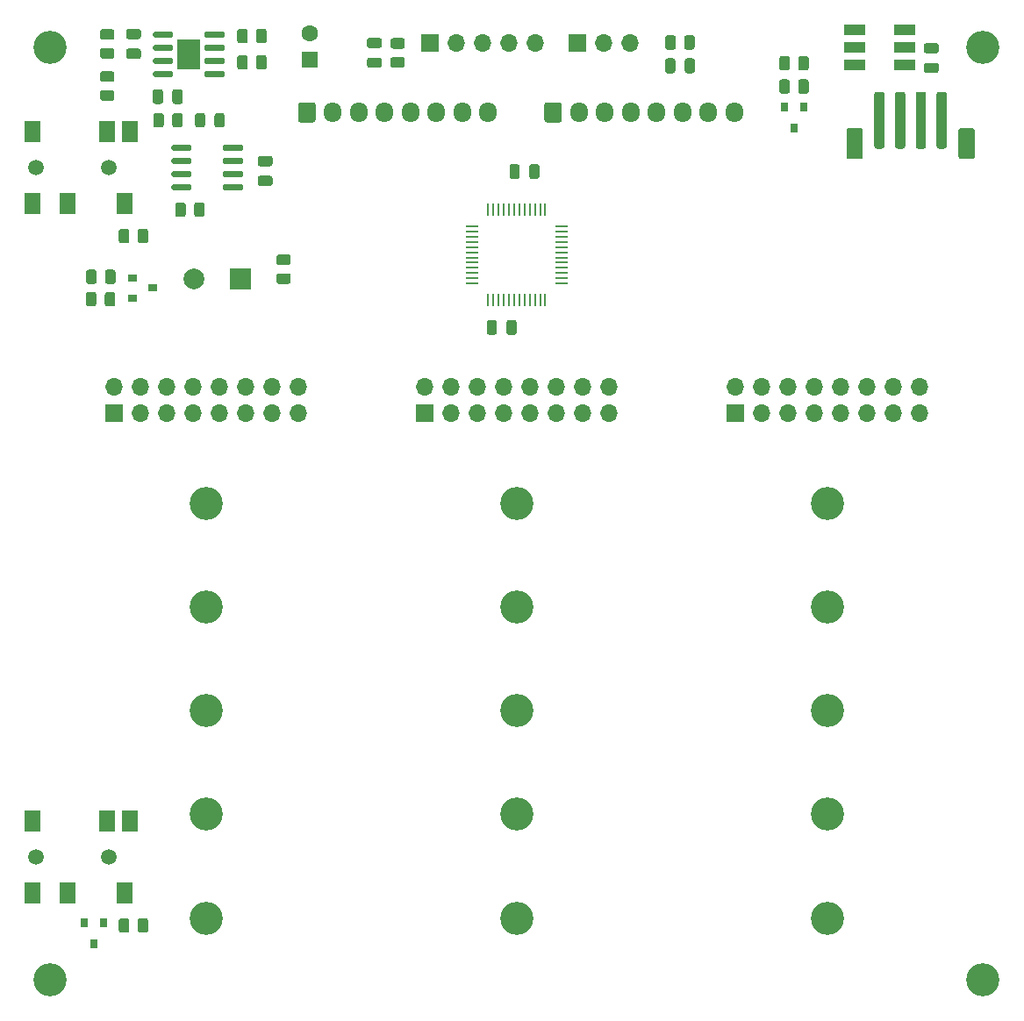
<source format=gbr>
%TF.GenerationSoftware,KiCad,Pcbnew,(5.1.9)-1*%
%TF.CreationDate,2021-05-23T18:55:04+01:00*%
%TF.ProjectId,ControlBoard,436f6e74-726f-46c4-926f-6172642e6b69,rev?*%
%TF.SameCoordinates,Original*%
%TF.FileFunction,Soldermask,Top*%
%TF.FilePolarity,Negative*%
%FSLAX46Y46*%
G04 Gerber Fmt 4.6, Leading zero omitted, Abs format (unit mm)*
G04 Created by KiCad (PCBNEW (5.1.9)-1) date 2021-05-23 18:55:04*
%MOMM*%
%LPD*%
G01*
G04 APERTURE LIST*
%ADD10R,1.700000X1.700000*%
%ADD11O,1.700000X1.700000*%
%ADD12O,1.700000X1.950000*%
%ADD13C,3.200000*%
%ADD14R,0.250000X1.300000*%
%ADD15R,1.300000X0.250000*%
%ADD16R,2.000000X1.100000*%
%ADD17R,1.600000X1.600000*%
%ADD18C,1.600000*%
%ADD19R,2.000000X2.000000*%
%ADD20C,2.000000*%
%ADD21R,1.500000X2.000000*%
%ADD22C,1.500000*%
%ADD23R,0.800000X0.900000*%
%ADD24R,2.290000X3.000000*%
%ADD25R,0.900000X0.800000*%
G04 APERTURE END LIST*
%TO.C,C5*%
G36*
G01*
X110475000Y-25550000D02*
X109525000Y-25550000D01*
G75*
G02*
X109275000Y-25300000I0J250000D01*
G01*
X109275000Y-24800000D01*
G75*
G02*
X109525000Y-24550000I250000J0D01*
G01*
X110475000Y-24550000D01*
G75*
G02*
X110725000Y-24800000I0J-250000D01*
G01*
X110725000Y-25300000D01*
G75*
G02*
X110475000Y-25550000I-250000J0D01*
G01*
G37*
G36*
G01*
X110475000Y-27450000D02*
X109525000Y-27450000D01*
G75*
G02*
X109275000Y-27200000I0J250000D01*
G01*
X109275000Y-26700000D01*
G75*
G02*
X109525000Y-26450000I250000J0D01*
G01*
X110475000Y-26450000D01*
G75*
G02*
X110725000Y-26700000I0J-250000D01*
G01*
X110725000Y-27200000D01*
G75*
G02*
X110475000Y-27450000I-250000J0D01*
G01*
G37*
%TD*%
%TO.C,J4*%
G36*
G01*
X103400000Y-33000000D02*
X103400000Y-35500000D01*
G75*
G02*
X103150000Y-35750000I-250000J0D01*
G01*
X102050000Y-35750000D01*
G75*
G02*
X101800000Y-35500000I0J250000D01*
G01*
X101800000Y-33000000D01*
G75*
G02*
X102050000Y-32750000I250000J0D01*
G01*
X103150000Y-32750000D01*
G75*
G02*
X103400000Y-33000000I0J-250000D01*
G01*
G37*
G36*
G01*
X114200000Y-33000000D02*
X114200000Y-35500000D01*
G75*
G02*
X113950000Y-35750000I-250000J0D01*
G01*
X112850000Y-35750000D01*
G75*
G02*
X112600000Y-35500000I0J250000D01*
G01*
X112600000Y-33000000D01*
G75*
G02*
X112850000Y-32750000I250000J0D01*
G01*
X113950000Y-32750000D01*
G75*
G02*
X114200000Y-33000000I0J-250000D01*
G01*
G37*
G36*
G01*
X105500000Y-29500000D02*
X105500000Y-34500000D01*
G75*
G02*
X105250000Y-34750000I-250000J0D01*
G01*
X104750000Y-34750000D01*
G75*
G02*
X104500000Y-34500000I0J250000D01*
G01*
X104500000Y-29500000D01*
G75*
G02*
X104750000Y-29250000I250000J0D01*
G01*
X105250000Y-29250000D01*
G75*
G02*
X105500000Y-29500000I0J-250000D01*
G01*
G37*
G36*
G01*
X107500000Y-29500000D02*
X107500000Y-34500000D01*
G75*
G02*
X107250000Y-34750000I-250000J0D01*
G01*
X106750000Y-34750000D01*
G75*
G02*
X106500000Y-34500000I0J250000D01*
G01*
X106500000Y-29500000D01*
G75*
G02*
X106750000Y-29250000I250000J0D01*
G01*
X107250000Y-29250000D01*
G75*
G02*
X107500000Y-29500000I0J-250000D01*
G01*
G37*
G36*
G01*
X109500000Y-29500000D02*
X109500000Y-34500000D01*
G75*
G02*
X109250000Y-34750000I-250000J0D01*
G01*
X108750000Y-34750000D01*
G75*
G02*
X108500000Y-34500000I0J250000D01*
G01*
X108500000Y-29500000D01*
G75*
G02*
X108750000Y-29250000I250000J0D01*
G01*
X109250000Y-29250000D01*
G75*
G02*
X109500000Y-29500000I0J-250000D01*
G01*
G37*
G36*
G01*
X111500000Y-29500000D02*
X111500000Y-34500000D01*
G75*
G02*
X111250000Y-34750000I-250000J0D01*
G01*
X110750000Y-34750000D01*
G75*
G02*
X110500000Y-34500000I0J250000D01*
G01*
X110500000Y-29500000D01*
G75*
G02*
X110750000Y-29250000I250000J0D01*
G01*
X111250000Y-29250000D01*
G75*
G02*
X111500000Y-29500000I0J-250000D01*
G01*
G37*
%TD*%
D10*
%TO.C,J5*%
X31110000Y-60270000D03*
D11*
X31110000Y-57730000D03*
X33650000Y-60270000D03*
X33650000Y-57730000D03*
X36190000Y-60270000D03*
X36190000Y-57730000D03*
X38730000Y-60270000D03*
X38730000Y-57730000D03*
X41270000Y-60270000D03*
X41270000Y-57730000D03*
X43810000Y-60270000D03*
X43810000Y-57730000D03*
X46350000Y-60270000D03*
X46350000Y-57730000D03*
X48890000Y-60270000D03*
X48890000Y-57730000D03*
%TD*%
D10*
%TO.C,J6*%
X61110000Y-60270000D03*
D11*
X61110000Y-57730000D03*
X63650000Y-60270000D03*
X63650000Y-57730000D03*
X66190000Y-60270000D03*
X66190000Y-57730000D03*
X68730000Y-60270000D03*
X68730000Y-57730000D03*
X71270000Y-60270000D03*
X71270000Y-57730000D03*
X73810000Y-60270000D03*
X73810000Y-57730000D03*
X76350000Y-60270000D03*
X76350000Y-57730000D03*
X78890000Y-60270000D03*
X78890000Y-57730000D03*
%TD*%
D10*
%TO.C,J7*%
X91110000Y-60270000D03*
D11*
X91110000Y-57730000D03*
X93650000Y-60270000D03*
X93650000Y-57730000D03*
X96190000Y-60270000D03*
X96190000Y-57730000D03*
X98730000Y-60270000D03*
X98730000Y-57730000D03*
X101270000Y-60270000D03*
X101270000Y-57730000D03*
X103810000Y-60270000D03*
X103810000Y-57730000D03*
X106350000Y-60270000D03*
X106350000Y-57730000D03*
X108890000Y-60270000D03*
X108890000Y-57730000D03*
%TD*%
%TO.C,J8*%
G36*
G01*
X48900000Y-31975000D02*
X48900000Y-30525000D01*
G75*
G02*
X49150000Y-30275000I250000J0D01*
G01*
X50350000Y-30275000D01*
G75*
G02*
X50600000Y-30525000I0J-250000D01*
G01*
X50600000Y-31975000D01*
G75*
G02*
X50350000Y-32225000I-250000J0D01*
G01*
X49150000Y-32225000D01*
G75*
G02*
X48900000Y-31975000I0J250000D01*
G01*
G37*
D12*
X52250000Y-31250000D03*
X54750000Y-31250000D03*
X57250000Y-31250000D03*
X59750000Y-31250000D03*
X62250000Y-31250000D03*
X64750000Y-31250000D03*
X67250000Y-31250000D03*
%TD*%
D13*
%TO.C,REF\u002A\u002A*%
X40000000Y-99000000D03*
%TD*%
%TO.C,REF\u002A\u002A*%
X40000000Y-79000000D03*
%TD*%
%TO.C,REF\u002A\u002A*%
X40000000Y-109000000D03*
%TD*%
%TO.C,REF\u002A\u002A*%
X40000000Y-69000000D03*
%TD*%
%TO.C,REF\u002A\u002A*%
X40000000Y-89000000D03*
%TD*%
%TO.C,REF\u002A\u002A*%
X100000000Y-89000000D03*
%TD*%
%TO.C,REF\u002A\u002A*%
X100000000Y-109000000D03*
%TD*%
%TO.C,REF\u002A\u002A*%
X100000000Y-99000000D03*
%TD*%
%TO.C,REF\u002A\u002A*%
X100000000Y-69000000D03*
%TD*%
%TO.C,REF\u002A\u002A*%
X100000000Y-79000000D03*
%TD*%
%TO.C,REF\u002A\u002A*%
X70000000Y-109000000D03*
%TD*%
%TO.C,REF\u002A\u002A*%
X70000000Y-99000000D03*
%TD*%
%TO.C,REF\u002A\u002A*%
X70000000Y-89000000D03*
%TD*%
%TO.C,REF\u002A\u002A*%
X70000000Y-79000000D03*
%TD*%
%TO.C,REF\u002A\u002A*%
X70000000Y-69000000D03*
%TD*%
D14*
%TO.C,U2*%
X72750000Y-40650000D03*
X72250000Y-40650000D03*
X71750000Y-40650000D03*
X71250000Y-40650000D03*
X70750000Y-40650000D03*
X70250000Y-40650000D03*
X69750000Y-40650000D03*
X69250000Y-40650000D03*
X68750000Y-40650000D03*
X68250000Y-40650000D03*
X67750000Y-40650000D03*
X67250000Y-40650000D03*
D15*
X65650000Y-42250000D03*
X65650000Y-42750000D03*
X65650000Y-43250000D03*
X65650000Y-43750000D03*
X65650000Y-44250000D03*
X65650000Y-44750000D03*
X65650000Y-45250000D03*
X65650000Y-45750000D03*
X65650000Y-46250000D03*
X65650000Y-46750000D03*
X65650000Y-47250000D03*
X65650000Y-47750000D03*
D14*
X67250000Y-49350000D03*
X67750000Y-49350000D03*
X68250000Y-49350000D03*
X68750000Y-49350000D03*
X69250000Y-49350000D03*
X69750000Y-49350000D03*
X70250000Y-49350000D03*
X70750000Y-49350000D03*
X71250000Y-49350000D03*
X71750000Y-49350000D03*
X72250000Y-49350000D03*
X72750000Y-49350000D03*
D15*
X74350000Y-47750000D03*
X74350000Y-47250000D03*
X74350000Y-46750000D03*
X74350000Y-46250000D03*
X74350000Y-45750000D03*
X74350000Y-45250000D03*
X74350000Y-44750000D03*
X74350000Y-44250000D03*
X74350000Y-43750000D03*
X74350000Y-43250000D03*
X74350000Y-42750000D03*
X74350000Y-42250000D03*
%TD*%
D16*
%TO.C,D1*%
X107400000Y-23300000D03*
X107400000Y-25000000D03*
X107400000Y-26700000D03*
X102600000Y-26700000D03*
X102600000Y-25000000D03*
X102600000Y-23300000D03*
%TD*%
D13*
%TO.C,REF\u002A\u002A*%
X115000000Y-25000000D03*
%TD*%
%TO.C,C3*%
G36*
G01*
X67100000Y-52475000D02*
X67100000Y-51525000D01*
G75*
G02*
X67350000Y-51275000I250000J0D01*
G01*
X67850000Y-51275000D01*
G75*
G02*
X68100000Y-51525000I0J-250000D01*
G01*
X68100000Y-52475000D01*
G75*
G02*
X67850000Y-52725000I-250000J0D01*
G01*
X67350000Y-52725000D01*
G75*
G02*
X67100000Y-52475000I0J250000D01*
G01*
G37*
G36*
G01*
X69000000Y-52475000D02*
X69000000Y-51525000D01*
G75*
G02*
X69250000Y-51275000I250000J0D01*
G01*
X69750000Y-51275000D01*
G75*
G02*
X70000000Y-51525000I0J-250000D01*
G01*
X70000000Y-52475000D01*
G75*
G02*
X69750000Y-52725000I-250000J0D01*
G01*
X69250000Y-52725000D01*
G75*
G02*
X69000000Y-52475000I0J250000D01*
G01*
G37*
%TD*%
%TO.C,REF\u002A\u002A*%
X115000000Y-115000000D03*
%TD*%
%TO.C,REF\u002A\u002A*%
X25000000Y-25000000D03*
%TD*%
D17*
%TO.C,C2*%
X50038000Y-26122000D03*
D18*
X50038000Y-23622000D03*
%TD*%
D13*
%TO.C,REF\u002A\u002A*%
X25000000Y-115000000D03*
%TD*%
D19*
%TO.C,BZ1*%
X43334500Y-47307500D03*
D20*
X38834500Y-47307500D03*
%TD*%
%TO.C,C4*%
G36*
G01*
X71189000Y-37432000D02*
X71189000Y-36482000D01*
G75*
G02*
X71439000Y-36232000I250000J0D01*
G01*
X71939000Y-36232000D01*
G75*
G02*
X72189000Y-36482000I0J-250000D01*
G01*
X72189000Y-37432000D01*
G75*
G02*
X71939000Y-37682000I-250000J0D01*
G01*
X71439000Y-37682000D01*
G75*
G02*
X71189000Y-37432000I0J250000D01*
G01*
G37*
G36*
G01*
X69289000Y-37432000D02*
X69289000Y-36482000D01*
G75*
G02*
X69539000Y-36232000I250000J0D01*
G01*
X70039000Y-36232000D01*
G75*
G02*
X70289000Y-36482000I0J-250000D01*
G01*
X70289000Y-37432000D01*
G75*
G02*
X70039000Y-37682000I-250000J0D01*
G01*
X69539000Y-37682000D01*
G75*
G02*
X69289000Y-37432000I0J250000D01*
G01*
G37*
%TD*%
%TO.C,C1*%
G36*
G01*
X45245000Y-37346000D02*
X46195000Y-37346000D01*
G75*
G02*
X46445000Y-37596000I0J-250000D01*
G01*
X46445000Y-38096000D01*
G75*
G02*
X46195000Y-38346000I-250000J0D01*
G01*
X45245000Y-38346000D01*
G75*
G02*
X44995000Y-38096000I0J250000D01*
G01*
X44995000Y-37596000D01*
G75*
G02*
X45245000Y-37346000I250000J0D01*
G01*
G37*
G36*
G01*
X45245000Y-35446000D02*
X46195000Y-35446000D01*
G75*
G02*
X46445000Y-35696000I0J-250000D01*
G01*
X46445000Y-36196000D01*
G75*
G02*
X46195000Y-36446000I-250000J0D01*
G01*
X45245000Y-36446000D01*
G75*
G02*
X44995000Y-36196000I0J250000D01*
G01*
X44995000Y-35696000D01*
G75*
G02*
X45245000Y-35446000I250000J0D01*
G01*
G37*
%TD*%
%TO.C,C6*%
G36*
G01*
X55786000Y-24050000D02*
X56736000Y-24050000D01*
G75*
G02*
X56986000Y-24300000I0J-250000D01*
G01*
X56986000Y-24800000D01*
G75*
G02*
X56736000Y-25050000I-250000J0D01*
G01*
X55786000Y-25050000D01*
G75*
G02*
X55536000Y-24800000I0J250000D01*
G01*
X55536000Y-24300000D01*
G75*
G02*
X55786000Y-24050000I250000J0D01*
G01*
G37*
G36*
G01*
X55786000Y-25950000D02*
X56736000Y-25950000D01*
G75*
G02*
X56986000Y-26200000I0J-250000D01*
G01*
X56986000Y-26700000D01*
G75*
G02*
X56736000Y-26950000I-250000J0D01*
G01*
X55786000Y-26950000D01*
G75*
G02*
X55536000Y-26700000I0J250000D01*
G01*
X55536000Y-26200000D01*
G75*
G02*
X55786000Y-25950000I250000J0D01*
G01*
G37*
%TD*%
%TO.C,R1*%
G36*
G01*
X33420000Y-110178001D02*
X33420000Y-109277999D01*
G75*
G02*
X33669999Y-109028000I249999J0D01*
G01*
X34195001Y-109028000D01*
G75*
G02*
X34445000Y-109277999I0J-249999D01*
G01*
X34445000Y-110178001D01*
G75*
G02*
X34195001Y-110428000I-249999J0D01*
G01*
X33669999Y-110428000D01*
G75*
G02*
X33420000Y-110178001I0J249999D01*
G01*
G37*
G36*
G01*
X31595000Y-110178001D02*
X31595000Y-109277999D01*
G75*
G02*
X31844999Y-109028000I249999J0D01*
G01*
X32370001Y-109028000D01*
G75*
G02*
X32620000Y-109277999I0J-249999D01*
G01*
X32620000Y-110178001D01*
G75*
G02*
X32370001Y-110428000I-249999J0D01*
G01*
X31844999Y-110428000D01*
G75*
G02*
X31595000Y-110178001I0J249999D01*
G01*
G37*
%TD*%
%TO.C,R2*%
G36*
G01*
X38857500Y-41090001D02*
X38857500Y-40189999D01*
G75*
G02*
X39107499Y-39940000I249999J0D01*
G01*
X39632501Y-39940000D01*
G75*
G02*
X39882500Y-40189999I0J-249999D01*
G01*
X39882500Y-41090001D01*
G75*
G02*
X39632501Y-41340000I-249999J0D01*
G01*
X39107499Y-41340000D01*
G75*
G02*
X38857500Y-41090001I0J249999D01*
G01*
G37*
G36*
G01*
X37032500Y-41090001D02*
X37032500Y-40189999D01*
G75*
G02*
X37282499Y-39940000I249999J0D01*
G01*
X37807501Y-39940000D01*
G75*
G02*
X38057500Y-40189999I0J-249999D01*
G01*
X38057500Y-41090001D01*
G75*
G02*
X37807501Y-41340000I-249999J0D01*
G01*
X37282499Y-41340000D01*
G75*
G02*
X37032500Y-41090001I0J249999D01*
G01*
G37*
%TD*%
D21*
%TO.C,J1*%
X32150000Y-106624000D03*
X26650000Y-106624000D03*
X23250000Y-106624000D03*
X32650000Y-99624000D03*
X30450000Y-99624000D03*
D22*
X23650000Y-103124000D03*
X30650000Y-103124000D03*
D21*
X23250000Y-99624000D03*
%TD*%
%TO.C,R3*%
G36*
G01*
X31595000Y-43630001D02*
X31595000Y-42729999D01*
G75*
G02*
X31844999Y-42480000I249999J0D01*
G01*
X32370001Y-42480000D01*
G75*
G02*
X32620000Y-42729999I0J-249999D01*
G01*
X32620000Y-43630001D01*
G75*
G02*
X32370001Y-43880000I-249999J0D01*
G01*
X31844999Y-43880000D01*
G75*
G02*
X31595000Y-43630001I0J249999D01*
G01*
G37*
G36*
G01*
X33420000Y-43630001D02*
X33420000Y-42729999D01*
G75*
G02*
X33669999Y-42480000I249999J0D01*
G01*
X34195001Y-42480000D01*
G75*
G02*
X34445000Y-42729999I0J-249999D01*
G01*
X34445000Y-43630001D01*
G75*
G02*
X34195001Y-43880000I-249999J0D01*
G01*
X33669999Y-43880000D01*
G75*
G02*
X33420000Y-43630001I0J249999D01*
G01*
G37*
%TD*%
%TO.C,R4*%
G36*
G01*
X58950001Y-26925000D02*
X58049999Y-26925000D01*
G75*
G02*
X57800000Y-26675001I0J249999D01*
G01*
X57800000Y-26149999D01*
G75*
G02*
X58049999Y-25900000I249999J0D01*
G01*
X58950001Y-25900000D01*
G75*
G02*
X59200000Y-26149999I0J-249999D01*
G01*
X59200000Y-26675001D01*
G75*
G02*
X58950001Y-26925000I-249999J0D01*
G01*
G37*
G36*
G01*
X58950001Y-25100000D02*
X58049999Y-25100000D01*
G75*
G02*
X57800000Y-24850001I0J249999D01*
G01*
X57800000Y-24324999D01*
G75*
G02*
X58049999Y-24075000I249999J0D01*
G01*
X58950001Y-24075000D01*
G75*
G02*
X59200000Y-24324999I0J-249999D01*
G01*
X59200000Y-24850001D01*
G75*
G02*
X58950001Y-25100000I-249999J0D01*
G01*
G37*
%TD*%
D10*
%TO.C,J11*%
X75819000Y-24511000D03*
D11*
X78359000Y-24511000D03*
X80899000Y-24511000D03*
%TD*%
D23*
%TO.C,Q1*%
X97700000Y-30750000D03*
X95800000Y-30750000D03*
X96750000Y-32750000D03*
%TD*%
%TO.C,C7*%
G36*
G01*
X87200000Y-26275000D02*
X87200000Y-27225000D01*
G75*
G02*
X86950000Y-27475000I-250000J0D01*
G01*
X86450000Y-27475000D01*
G75*
G02*
X86200000Y-27225000I0J250000D01*
G01*
X86200000Y-26275000D01*
G75*
G02*
X86450000Y-26025000I250000J0D01*
G01*
X86950000Y-26025000D01*
G75*
G02*
X87200000Y-26275000I0J-250000D01*
G01*
G37*
G36*
G01*
X85300000Y-26275000D02*
X85300000Y-27225000D01*
G75*
G02*
X85050000Y-27475000I-250000J0D01*
G01*
X84550000Y-27475000D01*
G75*
G02*
X84300000Y-27225000I0J250000D01*
G01*
X84300000Y-26275000D01*
G75*
G02*
X84550000Y-26025000I250000J0D01*
G01*
X85050000Y-26025000D01*
G75*
G02*
X85300000Y-26275000I0J-250000D01*
G01*
G37*
%TD*%
D21*
%TO.C,J2*%
X23240000Y-33076000D03*
D22*
X30640000Y-36576000D03*
X23640000Y-36576000D03*
D21*
X30440000Y-33076000D03*
X32640000Y-33076000D03*
X23240000Y-40076000D03*
X26640000Y-40076000D03*
X32140000Y-40076000D03*
%TD*%
D23*
%TO.C,D3*%
X30160000Y-109490000D03*
X28260000Y-109490000D03*
X29210000Y-111490000D03*
%TD*%
%TO.C,R10*%
G36*
G01*
X30930001Y-28302000D02*
X30029999Y-28302000D01*
G75*
G02*
X29780000Y-28052001I0J249999D01*
G01*
X29780000Y-27526999D01*
G75*
G02*
X30029999Y-27277000I249999J0D01*
G01*
X30930001Y-27277000D01*
G75*
G02*
X31180000Y-27526999I0J-249999D01*
G01*
X31180000Y-28052001D01*
G75*
G02*
X30930001Y-28302000I-249999J0D01*
G01*
G37*
G36*
G01*
X30930001Y-30127000D02*
X30029999Y-30127000D01*
G75*
G02*
X29780000Y-29877001I0J249999D01*
G01*
X29780000Y-29351999D01*
G75*
G02*
X30029999Y-29102000I249999J0D01*
G01*
X30930001Y-29102000D01*
G75*
G02*
X31180000Y-29351999I0J-249999D01*
G01*
X31180000Y-29877001D01*
G75*
G02*
X30930001Y-30127000I-249999J0D01*
G01*
G37*
%TD*%
%TO.C,U1*%
G36*
G01*
X43582000Y-38331000D02*
X43582000Y-38631000D01*
G75*
G02*
X43432000Y-38781000I-150000J0D01*
G01*
X41782000Y-38781000D01*
G75*
G02*
X41632000Y-38631000I0J150000D01*
G01*
X41632000Y-38331000D01*
G75*
G02*
X41782000Y-38181000I150000J0D01*
G01*
X43432000Y-38181000D01*
G75*
G02*
X43582000Y-38331000I0J-150000D01*
G01*
G37*
G36*
G01*
X43582000Y-37061000D02*
X43582000Y-37361000D01*
G75*
G02*
X43432000Y-37511000I-150000J0D01*
G01*
X41782000Y-37511000D01*
G75*
G02*
X41632000Y-37361000I0J150000D01*
G01*
X41632000Y-37061000D01*
G75*
G02*
X41782000Y-36911000I150000J0D01*
G01*
X43432000Y-36911000D01*
G75*
G02*
X43582000Y-37061000I0J-150000D01*
G01*
G37*
G36*
G01*
X43582000Y-35791000D02*
X43582000Y-36091000D01*
G75*
G02*
X43432000Y-36241000I-150000J0D01*
G01*
X41782000Y-36241000D01*
G75*
G02*
X41632000Y-36091000I0J150000D01*
G01*
X41632000Y-35791000D01*
G75*
G02*
X41782000Y-35641000I150000J0D01*
G01*
X43432000Y-35641000D01*
G75*
G02*
X43582000Y-35791000I0J-150000D01*
G01*
G37*
G36*
G01*
X43582000Y-34521000D02*
X43582000Y-34821000D01*
G75*
G02*
X43432000Y-34971000I-150000J0D01*
G01*
X41782000Y-34971000D01*
G75*
G02*
X41632000Y-34821000I0J150000D01*
G01*
X41632000Y-34521000D01*
G75*
G02*
X41782000Y-34371000I150000J0D01*
G01*
X43432000Y-34371000D01*
G75*
G02*
X43582000Y-34521000I0J-150000D01*
G01*
G37*
G36*
G01*
X38632000Y-34521000D02*
X38632000Y-34821000D01*
G75*
G02*
X38482000Y-34971000I-150000J0D01*
G01*
X36832000Y-34971000D01*
G75*
G02*
X36682000Y-34821000I0J150000D01*
G01*
X36682000Y-34521000D01*
G75*
G02*
X36832000Y-34371000I150000J0D01*
G01*
X38482000Y-34371000D01*
G75*
G02*
X38632000Y-34521000I0J-150000D01*
G01*
G37*
G36*
G01*
X38632000Y-35791000D02*
X38632000Y-36091000D01*
G75*
G02*
X38482000Y-36241000I-150000J0D01*
G01*
X36832000Y-36241000D01*
G75*
G02*
X36682000Y-36091000I0J150000D01*
G01*
X36682000Y-35791000D01*
G75*
G02*
X36832000Y-35641000I150000J0D01*
G01*
X38482000Y-35641000D01*
G75*
G02*
X38632000Y-35791000I0J-150000D01*
G01*
G37*
G36*
G01*
X38632000Y-37061000D02*
X38632000Y-37361000D01*
G75*
G02*
X38482000Y-37511000I-150000J0D01*
G01*
X36832000Y-37511000D01*
G75*
G02*
X36682000Y-37361000I0J150000D01*
G01*
X36682000Y-37061000D01*
G75*
G02*
X36832000Y-36911000I150000J0D01*
G01*
X38482000Y-36911000D01*
G75*
G02*
X38632000Y-37061000I0J-150000D01*
G01*
G37*
G36*
G01*
X38632000Y-38331000D02*
X38632000Y-38631000D01*
G75*
G02*
X38482000Y-38781000I-150000J0D01*
G01*
X36832000Y-38781000D01*
G75*
G02*
X36682000Y-38631000I0J150000D01*
G01*
X36682000Y-38331000D01*
G75*
G02*
X36832000Y-38181000I150000J0D01*
G01*
X38482000Y-38181000D01*
G75*
G02*
X38632000Y-38331000I0J-150000D01*
G01*
G37*
%TD*%
%TO.C,R6*%
G36*
G01*
X47049999Y-46778500D02*
X47950001Y-46778500D01*
G75*
G02*
X48200000Y-47028499I0J-249999D01*
G01*
X48200000Y-47553501D01*
G75*
G02*
X47950001Y-47803500I-249999J0D01*
G01*
X47049999Y-47803500D01*
G75*
G02*
X46800000Y-47553501I0J249999D01*
G01*
X46800000Y-47028499D01*
G75*
G02*
X47049999Y-46778500I249999J0D01*
G01*
G37*
G36*
G01*
X47049999Y-44953500D02*
X47950001Y-44953500D01*
G75*
G02*
X48200000Y-45203499I0J-249999D01*
G01*
X48200000Y-45728501D01*
G75*
G02*
X47950001Y-45978500I-249999J0D01*
G01*
X47049999Y-45978500D01*
G75*
G02*
X46800000Y-45728501I0J249999D01*
G01*
X46800000Y-45203499D01*
G75*
G02*
X47049999Y-44953500I249999J0D01*
G01*
G37*
%TD*%
%TO.C,R5*%
G36*
G01*
X85350000Y-24049999D02*
X85350000Y-24950001D01*
G75*
G02*
X85100001Y-25200000I-249999J0D01*
G01*
X84574999Y-25200000D01*
G75*
G02*
X84325000Y-24950001I0J249999D01*
G01*
X84325000Y-24049999D01*
G75*
G02*
X84574999Y-23800000I249999J0D01*
G01*
X85100001Y-23800000D01*
G75*
G02*
X85350000Y-24049999I0J-249999D01*
G01*
G37*
G36*
G01*
X87175000Y-24049999D02*
X87175000Y-24950001D01*
G75*
G02*
X86925001Y-25200000I-249999J0D01*
G01*
X86399999Y-25200000D01*
G75*
G02*
X86150000Y-24950001I0J249999D01*
G01*
X86150000Y-24049999D01*
G75*
G02*
X86399999Y-23800000I249999J0D01*
G01*
X86925001Y-23800000D01*
G75*
G02*
X87175000Y-24049999I0J-249999D01*
G01*
G37*
%TD*%
%TO.C,R7*%
G36*
G01*
X98175000Y-28299999D02*
X98175000Y-29200001D01*
G75*
G02*
X97925001Y-29450000I-249999J0D01*
G01*
X97399999Y-29450000D01*
G75*
G02*
X97150000Y-29200001I0J249999D01*
G01*
X97150000Y-28299999D01*
G75*
G02*
X97399999Y-28050000I249999J0D01*
G01*
X97925001Y-28050000D01*
G75*
G02*
X98175000Y-28299999I0J-249999D01*
G01*
G37*
G36*
G01*
X96350000Y-28299999D02*
X96350000Y-29200001D01*
G75*
G02*
X96100001Y-29450000I-249999J0D01*
G01*
X95574999Y-29450000D01*
G75*
G02*
X95325000Y-29200001I0J249999D01*
G01*
X95325000Y-28299999D01*
G75*
G02*
X95574999Y-28050000I249999J0D01*
G01*
X96100001Y-28050000D01*
G75*
G02*
X96350000Y-28299999I0J-249999D01*
G01*
G37*
%TD*%
%TO.C,R8*%
G36*
G01*
X96350000Y-26049999D02*
X96350000Y-26950001D01*
G75*
G02*
X96100001Y-27200000I-249999J0D01*
G01*
X95574999Y-27200000D01*
G75*
G02*
X95325000Y-26950001I0J249999D01*
G01*
X95325000Y-26049999D01*
G75*
G02*
X95574999Y-25800000I249999J0D01*
G01*
X96100001Y-25800000D01*
G75*
G02*
X96350000Y-26049999I0J-249999D01*
G01*
G37*
G36*
G01*
X98175000Y-26049999D02*
X98175000Y-26950001D01*
G75*
G02*
X97925001Y-27200000I-249999J0D01*
G01*
X97399999Y-27200000D01*
G75*
G02*
X97150000Y-26950001I0J249999D01*
G01*
X97150000Y-26049999D01*
G75*
G02*
X97399999Y-25800000I249999J0D01*
G01*
X97925001Y-25800000D01*
G75*
G02*
X98175000Y-26049999I0J-249999D01*
G01*
G37*
%TD*%
%TO.C,C8*%
G36*
G01*
X33495000Y-26088000D02*
X32545000Y-26088000D01*
G75*
G02*
X32295000Y-25838000I0J250000D01*
G01*
X32295000Y-25338000D01*
G75*
G02*
X32545000Y-25088000I250000J0D01*
G01*
X33495000Y-25088000D01*
G75*
G02*
X33745000Y-25338000I0J-250000D01*
G01*
X33745000Y-25838000D01*
G75*
G02*
X33495000Y-26088000I-250000J0D01*
G01*
G37*
G36*
G01*
X33495000Y-24188000D02*
X32545000Y-24188000D01*
G75*
G02*
X32295000Y-23938000I0J250000D01*
G01*
X32295000Y-23438000D01*
G75*
G02*
X32545000Y-23188000I250000J0D01*
G01*
X33495000Y-23188000D01*
G75*
G02*
X33745000Y-23438000I0J-250000D01*
G01*
X33745000Y-23938000D01*
G75*
G02*
X33495000Y-24188000I-250000J0D01*
G01*
G37*
%TD*%
%TO.C,D2*%
G36*
G01*
X38961000Y-32460250D02*
X38961000Y-31547750D01*
G75*
G02*
X39204750Y-31304000I243750J0D01*
G01*
X39692250Y-31304000D01*
G75*
G02*
X39936000Y-31547750I0J-243750D01*
G01*
X39936000Y-32460250D01*
G75*
G02*
X39692250Y-32704000I-243750J0D01*
G01*
X39204750Y-32704000D01*
G75*
G02*
X38961000Y-32460250I0J243750D01*
G01*
G37*
G36*
G01*
X40836000Y-32460250D02*
X40836000Y-31547750D01*
G75*
G02*
X41079750Y-31304000I243750J0D01*
G01*
X41567250Y-31304000D01*
G75*
G02*
X41811000Y-31547750I0J-243750D01*
G01*
X41811000Y-32460250D01*
G75*
G02*
X41567250Y-32704000I-243750J0D01*
G01*
X41079750Y-32704000D01*
G75*
G02*
X40836000Y-32460250I0J243750D01*
G01*
G37*
%TD*%
%TO.C,R9*%
G36*
G01*
X34920500Y-32454001D02*
X34920500Y-31553999D01*
G75*
G02*
X35170499Y-31304000I249999J0D01*
G01*
X35695501Y-31304000D01*
G75*
G02*
X35945500Y-31553999I0J-249999D01*
G01*
X35945500Y-32454001D01*
G75*
G02*
X35695501Y-32704000I-249999J0D01*
G01*
X35170499Y-32704000D01*
G75*
G02*
X34920500Y-32454001I0J249999D01*
G01*
G37*
G36*
G01*
X36745500Y-32454001D02*
X36745500Y-31553999D01*
G75*
G02*
X36995499Y-31304000I249999J0D01*
G01*
X37520501Y-31304000D01*
G75*
G02*
X37770500Y-31553999I0J-249999D01*
G01*
X37770500Y-32454001D01*
G75*
G02*
X37520501Y-32704000I-249999J0D01*
G01*
X36995499Y-32704000D01*
G75*
G02*
X36745500Y-32454001I0J249999D01*
G01*
G37*
%TD*%
%TO.C,R11*%
G36*
G01*
X30930001Y-26063000D02*
X30029999Y-26063000D01*
G75*
G02*
X29780000Y-25813001I0J249999D01*
G01*
X29780000Y-25287999D01*
G75*
G02*
X30029999Y-25038000I249999J0D01*
G01*
X30930001Y-25038000D01*
G75*
G02*
X31180000Y-25287999I0J-249999D01*
G01*
X31180000Y-25813001D01*
G75*
G02*
X30930001Y-26063000I-249999J0D01*
G01*
G37*
G36*
G01*
X30930001Y-24238000D02*
X30029999Y-24238000D01*
G75*
G02*
X29780000Y-23988001I0J249999D01*
G01*
X29780000Y-23462999D01*
G75*
G02*
X30029999Y-23213000I249999J0D01*
G01*
X30930001Y-23213000D01*
G75*
G02*
X31180000Y-23462999I0J-249999D01*
G01*
X31180000Y-23988001D01*
G75*
G02*
X30930001Y-24238000I-249999J0D01*
G01*
G37*
%TD*%
%TO.C,R12*%
G36*
G01*
X44850000Y-24326001D02*
X44850000Y-23425999D01*
G75*
G02*
X45099999Y-23176000I249999J0D01*
G01*
X45625001Y-23176000D01*
G75*
G02*
X45875000Y-23425999I0J-249999D01*
G01*
X45875000Y-24326001D01*
G75*
G02*
X45625001Y-24576000I-249999J0D01*
G01*
X45099999Y-24576000D01*
G75*
G02*
X44850000Y-24326001I0J249999D01*
G01*
G37*
G36*
G01*
X43025000Y-24326001D02*
X43025000Y-23425999D01*
G75*
G02*
X43274999Y-23176000I249999J0D01*
G01*
X43800001Y-23176000D01*
G75*
G02*
X44050000Y-23425999I0J-249999D01*
G01*
X44050000Y-24326001D01*
G75*
G02*
X43800001Y-24576000I-249999J0D01*
G01*
X43274999Y-24576000D01*
G75*
G02*
X43025000Y-24326001I0J249999D01*
G01*
G37*
%TD*%
%TO.C,R13*%
G36*
G01*
X43025000Y-26866001D02*
X43025000Y-25965999D01*
G75*
G02*
X43274999Y-25716000I249999J0D01*
G01*
X43800001Y-25716000D01*
G75*
G02*
X44050000Y-25965999I0J-249999D01*
G01*
X44050000Y-26866001D01*
G75*
G02*
X43800001Y-27116000I-249999J0D01*
G01*
X43274999Y-27116000D01*
G75*
G02*
X43025000Y-26866001I0J249999D01*
G01*
G37*
G36*
G01*
X44850000Y-26866001D02*
X44850000Y-25965999D01*
G75*
G02*
X45099999Y-25716000I249999J0D01*
G01*
X45625001Y-25716000D01*
G75*
G02*
X45875000Y-25965999I0J-249999D01*
G01*
X45875000Y-26866001D01*
G75*
G02*
X45625001Y-27116000I-249999J0D01*
G01*
X45099999Y-27116000D01*
G75*
G02*
X44850000Y-26866001I0J249999D01*
G01*
G37*
%TD*%
%TO.C,U3*%
G36*
G01*
X34904000Y-23899000D02*
X34904000Y-23599000D01*
G75*
G02*
X35054000Y-23449000I150000J0D01*
G01*
X36704000Y-23449000D01*
G75*
G02*
X36854000Y-23599000I0J-150000D01*
G01*
X36854000Y-23899000D01*
G75*
G02*
X36704000Y-24049000I-150000J0D01*
G01*
X35054000Y-24049000D01*
G75*
G02*
X34904000Y-23899000I0J150000D01*
G01*
G37*
G36*
G01*
X34904000Y-25169000D02*
X34904000Y-24869000D01*
G75*
G02*
X35054000Y-24719000I150000J0D01*
G01*
X36704000Y-24719000D01*
G75*
G02*
X36854000Y-24869000I0J-150000D01*
G01*
X36854000Y-25169000D01*
G75*
G02*
X36704000Y-25319000I-150000J0D01*
G01*
X35054000Y-25319000D01*
G75*
G02*
X34904000Y-25169000I0J150000D01*
G01*
G37*
G36*
G01*
X34904000Y-26439000D02*
X34904000Y-26139000D01*
G75*
G02*
X35054000Y-25989000I150000J0D01*
G01*
X36704000Y-25989000D01*
G75*
G02*
X36854000Y-26139000I0J-150000D01*
G01*
X36854000Y-26439000D01*
G75*
G02*
X36704000Y-26589000I-150000J0D01*
G01*
X35054000Y-26589000D01*
G75*
G02*
X34904000Y-26439000I0J150000D01*
G01*
G37*
G36*
G01*
X34904000Y-27709000D02*
X34904000Y-27409000D01*
G75*
G02*
X35054000Y-27259000I150000J0D01*
G01*
X36704000Y-27259000D01*
G75*
G02*
X36854000Y-27409000I0J-150000D01*
G01*
X36854000Y-27709000D01*
G75*
G02*
X36704000Y-27859000I-150000J0D01*
G01*
X35054000Y-27859000D01*
G75*
G02*
X34904000Y-27709000I0J150000D01*
G01*
G37*
G36*
G01*
X39854000Y-27709000D02*
X39854000Y-27409000D01*
G75*
G02*
X40004000Y-27259000I150000J0D01*
G01*
X41654000Y-27259000D01*
G75*
G02*
X41804000Y-27409000I0J-150000D01*
G01*
X41804000Y-27709000D01*
G75*
G02*
X41654000Y-27859000I-150000J0D01*
G01*
X40004000Y-27859000D01*
G75*
G02*
X39854000Y-27709000I0J150000D01*
G01*
G37*
G36*
G01*
X39854000Y-26439000D02*
X39854000Y-26139000D01*
G75*
G02*
X40004000Y-25989000I150000J0D01*
G01*
X41654000Y-25989000D01*
G75*
G02*
X41804000Y-26139000I0J-150000D01*
G01*
X41804000Y-26439000D01*
G75*
G02*
X41654000Y-26589000I-150000J0D01*
G01*
X40004000Y-26589000D01*
G75*
G02*
X39854000Y-26439000I0J150000D01*
G01*
G37*
G36*
G01*
X39854000Y-25169000D02*
X39854000Y-24869000D01*
G75*
G02*
X40004000Y-24719000I150000J0D01*
G01*
X41654000Y-24719000D01*
G75*
G02*
X41804000Y-24869000I0J-150000D01*
G01*
X41804000Y-25169000D01*
G75*
G02*
X41654000Y-25319000I-150000J0D01*
G01*
X40004000Y-25319000D01*
G75*
G02*
X39854000Y-25169000I0J150000D01*
G01*
G37*
G36*
G01*
X39854000Y-23899000D02*
X39854000Y-23599000D01*
G75*
G02*
X40004000Y-23449000I150000J0D01*
G01*
X41654000Y-23449000D01*
G75*
G02*
X41804000Y-23599000I0J-150000D01*
G01*
X41804000Y-23899000D01*
G75*
G02*
X41654000Y-24049000I-150000J0D01*
G01*
X40004000Y-24049000D01*
G75*
G02*
X39854000Y-23899000I0J150000D01*
G01*
G37*
D24*
X38354000Y-25654000D03*
%TD*%
D25*
%TO.C,Q2*%
X32909000Y-47246500D03*
X32909000Y-49146500D03*
X34909000Y-48196500D03*
%TD*%
%TO.C,R14*%
G36*
G01*
X29468500Y-46666999D02*
X29468500Y-47567001D01*
G75*
G02*
X29218501Y-47817000I-249999J0D01*
G01*
X28693499Y-47817000D01*
G75*
G02*
X28443500Y-47567001I0J249999D01*
G01*
X28443500Y-46666999D01*
G75*
G02*
X28693499Y-46417000I249999J0D01*
G01*
X29218501Y-46417000D01*
G75*
G02*
X29468500Y-46666999I0J-249999D01*
G01*
G37*
G36*
G01*
X31293500Y-46666999D02*
X31293500Y-47567001D01*
G75*
G02*
X31043501Y-47817000I-249999J0D01*
G01*
X30518499Y-47817000D01*
G75*
G02*
X30268500Y-47567001I0J249999D01*
G01*
X30268500Y-46666999D01*
G75*
G02*
X30518499Y-46417000I249999J0D01*
G01*
X31043501Y-46417000D01*
G75*
G02*
X31293500Y-46666999I0J-249999D01*
G01*
G37*
%TD*%
%TO.C,R15*%
G36*
G01*
X31270000Y-48825999D02*
X31270000Y-49726001D01*
G75*
G02*
X31020001Y-49976000I-249999J0D01*
G01*
X30494999Y-49976000D01*
G75*
G02*
X30245000Y-49726001I0J249999D01*
G01*
X30245000Y-48825999D01*
G75*
G02*
X30494999Y-48576000I249999J0D01*
G01*
X31020001Y-48576000D01*
G75*
G02*
X31270000Y-48825999I0J-249999D01*
G01*
G37*
G36*
G01*
X29445000Y-48825999D02*
X29445000Y-49726001D01*
G75*
G02*
X29195001Y-49976000I-249999J0D01*
G01*
X28669999Y-49976000D01*
G75*
G02*
X28420000Y-49726001I0J249999D01*
G01*
X28420000Y-48825999D01*
G75*
G02*
X28669999Y-48576000I249999J0D01*
G01*
X29195001Y-48576000D01*
G75*
G02*
X29445000Y-48825999I0J-249999D01*
G01*
G37*
%TD*%
%TO.C,C9*%
G36*
G01*
X34872000Y-30193000D02*
X34872000Y-29243000D01*
G75*
G02*
X35122000Y-28993000I250000J0D01*
G01*
X35622000Y-28993000D01*
G75*
G02*
X35872000Y-29243000I0J-250000D01*
G01*
X35872000Y-30193000D01*
G75*
G02*
X35622000Y-30443000I-250000J0D01*
G01*
X35122000Y-30443000D01*
G75*
G02*
X34872000Y-30193000I0J250000D01*
G01*
G37*
G36*
G01*
X36772000Y-30193000D02*
X36772000Y-29243000D01*
G75*
G02*
X37022000Y-28993000I250000J0D01*
G01*
X37522000Y-28993000D01*
G75*
G02*
X37772000Y-29243000I0J-250000D01*
G01*
X37772000Y-30193000D01*
G75*
G02*
X37522000Y-30443000I-250000J0D01*
G01*
X37022000Y-30443000D01*
G75*
G02*
X36772000Y-30193000I0J250000D01*
G01*
G37*
%TD*%
D10*
%TO.C,J3*%
X61595000Y-24511000D03*
D11*
X64135000Y-24511000D03*
X66675000Y-24511000D03*
X69215000Y-24511000D03*
X71755000Y-24511000D03*
%TD*%
D12*
%TO.C,J9*%
X91000000Y-31250000D03*
X88500000Y-31250000D03*
X86000000Y-31250000D03*
X83500000Y-31250000D03*
X81000000Y-31250000D03*
X78500000Y-31250000D03*
X76000000Y-31250000D03*
G36*
G01*
X72650000Y-31975000D02*
X72650000Y-30525000D01*
G75*
G02*
X72900000Y-30275000I250000J0D01*
G01*
X74100000Y-30275000D01*
G75*
G02*
X74350000Y-30525000I0J-250000D01*
G01*
X74350000Y-31975000D01*
G75*
G02*
X74100000Y-32225000I-250000J0D01*
G01*
X72900000Y-32225000D01*
G75*
G02*
X72650000Y-31975000I0J250000D01*
G01*
G37*
%TD*%
M02*

</source>
